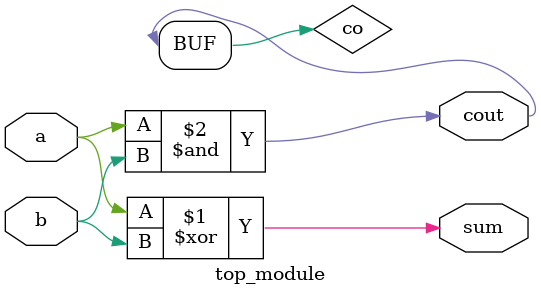
<source format=sv>
module top_module (
  input a,
  input b,
  output sum,
  output cout
);

  // Declare internal wire for the carry-out
  wire co;

  // Implement half adder logic
  assign sum = a ^ b;
  assign co = a & b;

  // Output assignments
  assign cout = co;
endmodule

</source>
